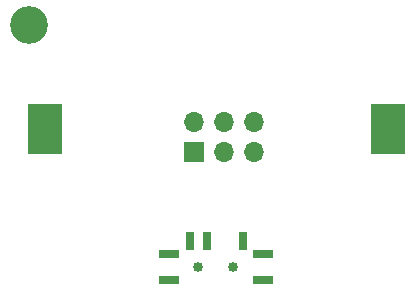
<source format=gbs>
G04 #@! TF.GenerationSoftware,KiCad,Pcbnew,(6.0.7)*
G04 #@! TF.CreationDate,2023-02-05T15:19:58+01:00*
G04 #@! TF.ProjectId,heart,68656172-742e-46b6-9963-61645f706362,v1.0.0*
G04 #@! TF.SameCoordinates,Original*
G04 #@! TF.FileFunction,Soldermask,Bot*
G04 #@! TF.FilePolarity,Negative*
%FSLAX46Y46*%
G04 Gerber Fmt 4.6, Leading zero omitted, Abs format (unit mm)*
G04 Created by KiCad (PCBNEW (6.0.7)) date 2023-02-05 15:19:58*
%MOMM*%
%LPD*%
G01*
G04 APERTURE LIST*
%ADD10C,3.200000*%
%ADD11R,1.700000X1.700000*%
%ADD12O,1.700000X1.700000*%
%ADD13R,3.000000X4.200000*%
%ADD14C,0.850000*%
%ADD15R,0.800000X1.600000*%
%ADD16R,1.700000X0.800000*%
%ADD17R,1.800000X0.800000*%
G04 APERTURE END LIST*
D10*
X111100000Y-75600000D03*
D11*
X125100000Y-86300000D03*
D12*
X125100000Y-83760000D03*
X127640000Y-86300000D03*
X127640000Y-83760000D03*
X130180000Y-86300000D03*
X130180000Y-83760000D03*
D13*
X141490000Y-84390000D03*
X112490000Y-84390000D03*
D14*
X125430000Y-96100000D03*
X128430000Y-96100000D03*
D15*
X129230000Y-93900000D03*
X126230000Y-93900000D03*
X124730000Y-93900000D03*
D16*
X122980000Y-97200000D03*
X122980000Y-95000000D03*
D17*
X130930000Y-95000000D03*
X130930000Y-97200000D03*
M02*

</source>
